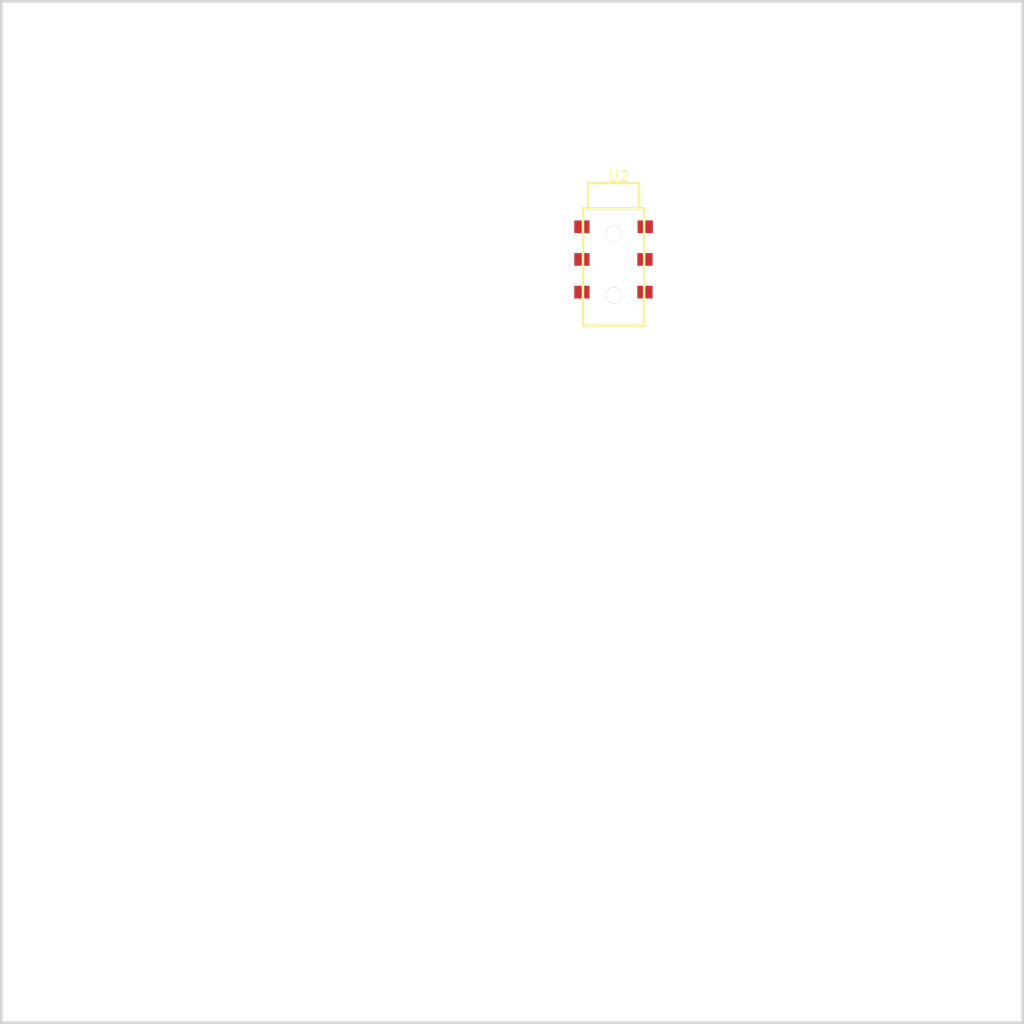
<source format=kicad_pcb>
(kicad_pcb (version 20171130) (host pcbnew "(5.1.9)-1")

  (general
    (thickness 1.6)
    (drawings 4)
    (tracks 0)
    (zones 0)
    (modules 1)
    (nets 1)
  )

  (page A4)
  (layers
    (0 F.Cu signal)
    (31 B.Cu signal)
    (32 B.Adhes user)
    (33 F.Adhes user)
    (34 B.Paste user)
    (35 F.Paste user)
    (36 B.SilkS user)
    (37 F.SilkS user)
    (38 B.Mask user)
    (39 F.Mask user)
    (40 Dwgs.User user)
    (41 Cmts.User user)
    (42 Eco1.User user)
    (43 Eco2.User user)
    (44 Edge.Cuts user)
    (45 Margin user)
    (46 B.CrtYd user)
    (47 F.CrtYd user)
    (48 B.Fab user)
    (49 F.Fab user)
  )

  (setup
    (last_trace_width 0.25)
    (trace_clearance 0.2)
    (zone_clearance 0.508)
    (zone_45_only no)
    (trace_min 0.2)
    (via_size 0.8)
    (via_drill 0.4)
    (via_min_size 0.4)
    (via_min_drill 0.3)
    (uvia_size 0.3)
    (uvia_drill 0.1)
    (uvias_allowed no)
    (uvia_min_size 0.2)
    (uvia_min_drill 0.1)
    (edge_width 0.05)
    (segment_width 0.2)
    (pcb_text_width 0.3)
    (pcb_text_size 1.5 1.5)
    (mod_edge_width 0.12)
    (mod_text_size 1 1)
    (mod_text_width 0.15)
    (pad_size 1.524 1.524)
    (pad_drill 0.762)
    (pad_to_mask_clearance 0)
    (aux_axis_origin 0 0)
    (visible_elements FFFFFF7F)
    (pcbplotparams
      (layerselection 0x010fc_ffffffff)
      (usegerberextensions false)
      (usegerberattributes true)
      (usegerberadvancedattributes true)
      (creategerberjobfile true)
      (excludeedgelayer true)
      (linewidth 0.100000)
      (plotframeref false)
      (viasonmask false)
      (mode 1)
      (useauxorigin false)
      (hpglpennumber 1)
      (hpglpenspeed 20)
      (hpglpendiameter 15.000000)
      (psnegative false)
      (psa4output false)
      (plotreference true)
      (plotvalue true)
      (plotinvisibletext false)
      (padsonsilk false)
      (subtractmaskfromsilk false)
      (outputformat 1)
      (mirror false)
      (drillshape 1)
      (scaleselection 1)
      (outputdirectory ""))
  )

  (net 0 "")

  (net_class Default 这是默认网络类。
    (clearance 0.2)
    (trace_width 0.25)
    (via_dia 0.8)
    (via_drill 0.4)
    (uvia_dia 0.3)
    (uvia_drill 0.1)
  )

  (module PJ-313D_1 (layer F.Cu) (tedit 0) (tstamp 0)
    (at 131.581 94.9828)
    (attr smd)
    (fp_text reference U2 (at 0.508 -6.5278 unlocked) (layer F.SilkS)
      (effects (font (size 0.999744 1.05156) (thickness 0.1524)))
    )
    (fp_text value PJ-313D (at 2.413 -8.3058 unlocked) (layer F.SilkS) hide
      (effects (font (size 0.999744 1.05156) (thickness 0.1524)))
    )
    (fp_line (start -2.4892 -3.3782) (end -2.4892 -5.8928) (layer F.SilkS) (width 0.254))
    (fp_line (start -2.9972 8.0772) (end 2.9718 8.0772) (layer F.SilkS) (width 0.254))
    (fp_line (start 2.9972 8.0772) (end 2.9972 -3.3782) (layer F.SilkS) (width 0.254))
    (fp_line (start -2.9972 -3.4036) (end 2.9972 -3.4036) (layer F.SilkS) (width 0.254))
    (fp_line (start -2.4892 -5.8928) (end 2.4892 -5.8928) (layer F.SilkS) (width 0.254))
    (fp_line (start 2.4892 -3.3782) (end 2.4892 -5.8928) (layer F.SilkS) (width 0.254))
    (fp_line (start -2.9972 8.0772) (end -2.9972 -3.3782) (layer F.SilkS) (width 0.254))
    (pad 1 smd rect (at 3.0988 -1.6002) (size 1.4986 1.2446) (layers F.Cu F.Paste F.Mask))
    (pad 1_1 smd rect (at -3.0988 -1.6002) (size 1.4986 1.2446) (layers F.Cu F.Paste F.Mask))
    (pad 2 smd rect (at 3.0734 4.8006) (size 1.4986 1.2446) (layers F.Cu F.Paste F.Mask))
    (pad 2_1 smd rect (at -3.0988 4.8006) (size 1.4986 1.2446) (layers F.Cu F.Paste F.Mask))
    (pad 3 smd rect (at 3.0734 1.6002) (size 1.4986 1.2446) (layers F.Cu F.Paste F.Mask))
    (pad 3_1 smd rect (at -3.0988 1.6002) (size 1.4986 1.2446) (layers F.Cu F.Paste F.Mask))
    (pad _1 thru_hole circle (at 0 5.1054) (size 1.5748 1.5748) (drill 1.5748) (layers *.Cu *.Mask))
    (pad A8 thru_hole circle (at 0 -0.889) (size 1.5748 1.5748) (drill 1.5748) (layers *.Cu *.Mask))
  )

  (gr_line (start 71.637 71.31) (end 171.6368 71.31) (layer Edge.Cuts) (width 0.254))
  (gr_line (start 171.6368 171.3098) (end 171.6368 71.31) (layer Edge.Cuts) (width 0.254))
  (gr_line (start 71.637 171.3098) (end 171.6368 171.3098) (layer Edge.Cuts) (width 0.254))
  (gr_line (start 71.637 171.3098) (end 71.637 71.31) (layer Edge.Cuts) (width 0.254))

)

</source>
